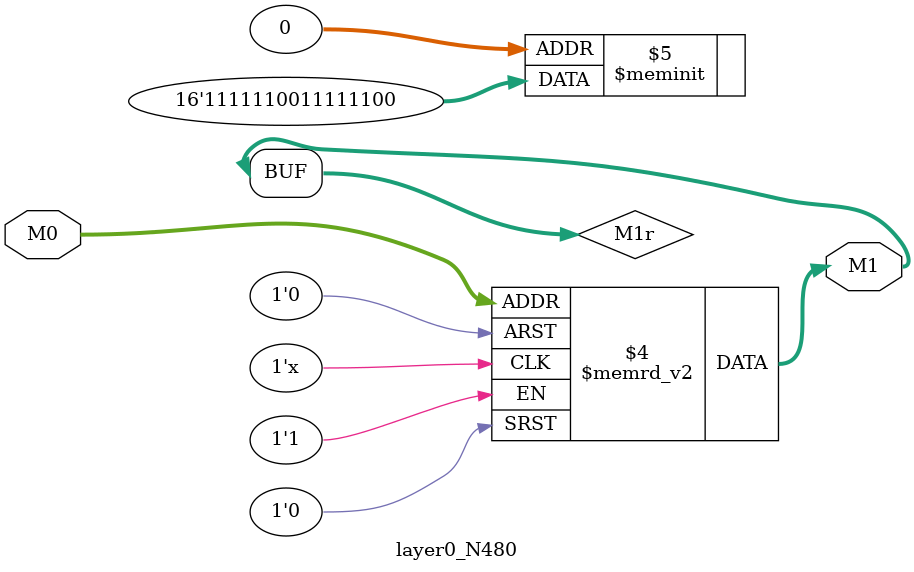
<source format=v>
module layer0_N480 ( input [2:0] M0, output [1:0] M1 );

	(*rom_style = "distributed" *) reg [1:0] M1r;
	assign M1 = M1r;
	always @ (M0) begin
		case (M0)
			3'b000: M1r = 2'b00;
			3'b100: M1r = 2'b00;
			3'b010: M1r = 2'b11;
			3'b110: M1r = 2'b11;
			3'b001: M1r = 2'b11;
			3'b101: M1r = 2'b11;
			3'b011: M1r = 2'b11;
			3'b111: M1r = 2'b11;

		endcase
	end
endmodule

</source>
